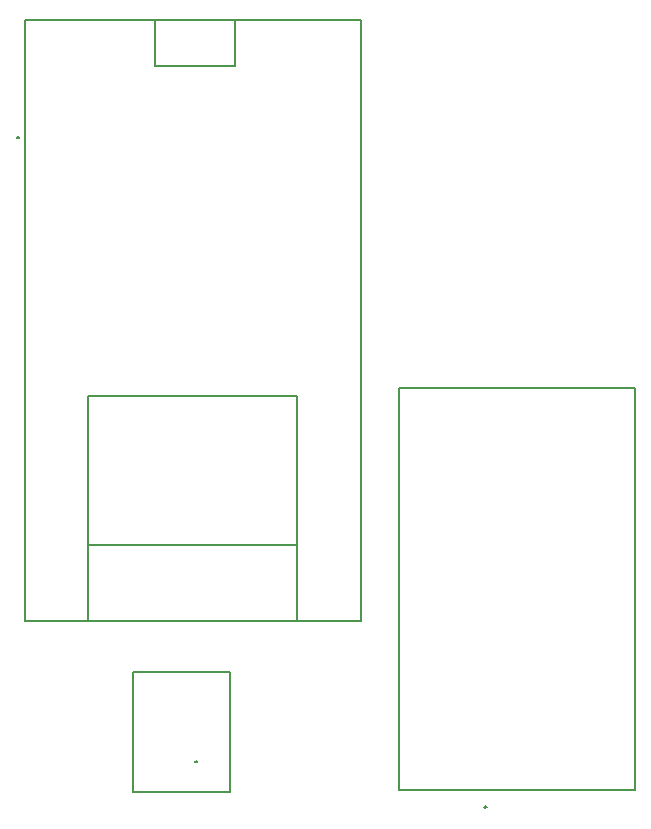
<source format=gbr>
%FSTAX23Y23*%
%MOIN*%
%SFA1B1*%

%IPPOS*%
%ADD34C,0.007874*%
%ADD35C,0.005000*%
G54D34*
X01159Y03405D02*
D01*
D01*
G75*
G03X01151I-00003J0D01*
G74*G01*
D01*
G75*
G03X01159I00003J0D01*
G74*G01*
X02717Y01173D02*
D01*
D01*
G75*
G03X02709I-00003J0D01*
G74*G01*
D01*
G75*
G03X02717I00003J0D01*
G74*G01*
X01753Y01325D02*
D01*
D01*
G75*
G03X01746I-00003J0D01*
G74*G01*
D01*
G75*
G03X01753I00003J0D01*
G74*G01*
G54D35*
X01613Y03644D02*
Y03797D01*
Y03644D02*
X01877D01*
Y03797*
X01389Y02047D02*
X02085D01*
Y01792D02*
Y02047D01*
Y02544*
X01389D02*
X02085D01*
X01389Y02047D02*
Y02544D01*
Y01792D02*
Y02047D01*
X02085Y01792D02*
X023D01*
X01389D02*
X02085D01*
X01177D02*
X01389D01*
X023D02*
Y03797D01*
X01177Y01792D02*
Y03797D01*
X01877D02*
X023D01*
X01613D02*
X01877D01*
X01177D02*
X01613D01*
X03213Y0123D02*
Y02569D01*
X02426D02*
X03213D01*
X02426Y0123D02*
Y02569D01*
Y0123D02*
X03213D01*
X01538Y01225D02*
Y01625D01*
X01861*
Y01225D02*
Y01625D01*
X01538Y01225D02*
X01861D01*
M02*
</source>
